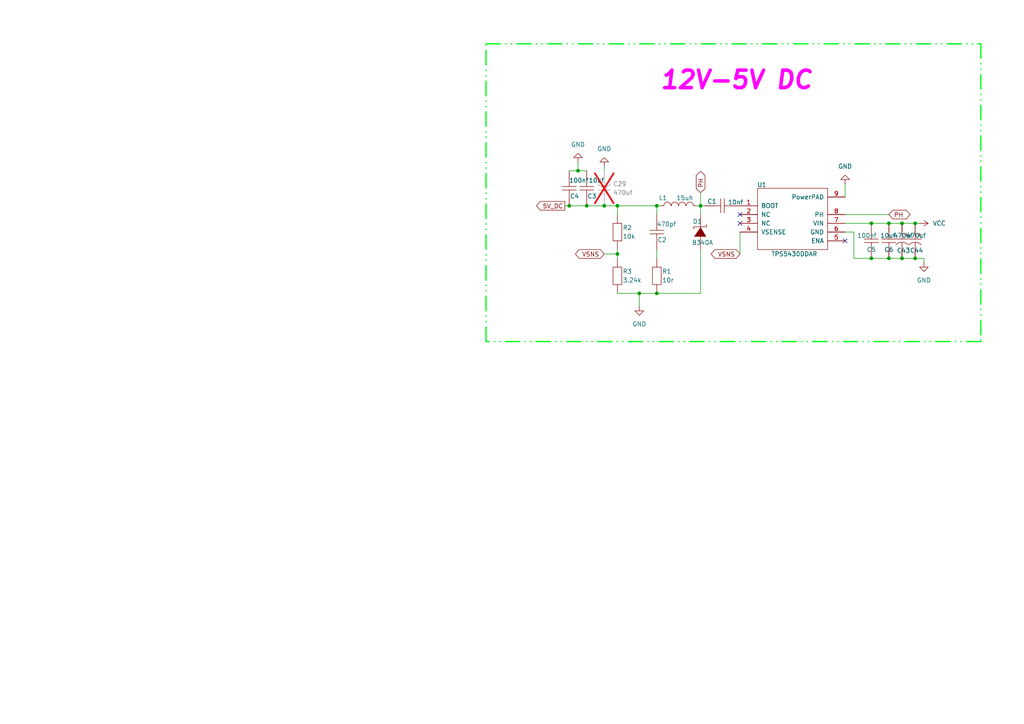
<source format=kicad_sch>
(kicad_sch (version 20250114) (generator "eeschema") (generator_version "9.0")
  (paper "A4")
  (title_block (title "12-5V") (date "2025-01-24") (rev "Dennis_Re_Yoonjiho"))
  (lib_symbols
    (symbol "Cap_Electrolytic_1" (pin_numbers (hide yes)) (pin_names (offset 1.016) (hide yes))
      (property "Reference" "C" (at -4.318 2.286 0))
      (property "Value" "Cap_Electrolytic" (at 4.826 3.048 0))
      (symbol "Cap_Electrolytic_1_1_1"
        (polyline (pts (xy -2.54 0) (xy -0.508 0)) (stroke (width 0.1524)))
        (polyline (pts (xy -2.286 1.27) (xy -1.27 1.27)) (stroke (width 0.1524)))
        (polyline (pts (xy -1.778 1.778) (xy -1.778 0.762)) (stroke (width 0.1524)))
        (polyline (pts (xy -0.508 1.778) (xy -0.508 -1.778)) (stroke (width 0.1524)))
        (polyline (pts (xy 0.508 0) (xy 2.54 0)) (stroke (width 0.1524)))
        (arc (start 1.1176 -1.778) (mid 0.4139 0.0051) (end 1.143 1.778) (stroke (width 0.1524)))
        (pin input line (at -5.08 0 0) (length 2.54) (name "1") (number "1"))
        (pin input line (at 5.08 0 180) (length 2.54) (name "2") (number "2"))
      )
    )
    (symbol "Ts_Foc_Vo符号库:B340A" (pin_numbers (hide yes)) (pin_names (offset 1.016) (hide yes))
      (property "Reference" "D" (at -3.81 1.016 0))
      (property "Value" "B340A" (at 1.778 2.794 0))
      (symbol "B340A_1_1"
        (polyline (pts (xy -2.032 1.524) (xy -2.032 1.778) (xy -1.524 1.778) (xy -1.524 -2.032) (xy -1.016 -2.032) (xy -1.016 -1.778)) (stroke (width 0.1524)))
        (polyline (pts (xy 1.27 1.524) (xy -1.27 0) (xy 1.27 -1.778) (xy 1.27 1.524)) (stroke (width 0.1524)) (fill (type outline)))
        (pin input line (at -5.08 0 0) (length 3.81) (name "K") (number "1"))
        (pin input line (at 5.08 0 180) (length 3.81) (name "A") (number "2"))
      )
    )
    (symbol "Ts_Foc_Vo符号库:CAP" (pin_numbers (hide yes)) (pin_names (offset 1.016) (hide yes))
      (property "Reference" "C" (at -2.286 1.524 0))
      (property "Value" "Value" (at 3.81 1.524 0))
      (symbol "CAP_1_1"
        (polyline (pts (xy -0.508 0) (xy -2.54 0)) (stroke (width 0.1524)))
        (polyline (pts (xy -0.508 -2.032) (xy -0.508 2.032)) (stroke (width 0.1524)))
        (polyline (pts (xy 0.508 2.032) (xy 0.508 -2.032)) (stroke (width 0.1524)))
        (polyline (pts (xy 2.54 0) (xy 0.508 0)) (stroke (width 0.1524)))
        (pin input line (at -5.08 0 0) (length 2.54) (name "1") (number "1"))
        (pin input line (at 5.08 0 180) (length 2.54) (name "2") (number "2"))
      )
    )
    (symbol "Ts_Foc_Vo符号库:Cap_Electrolytic" (pin_numbers (hide yes)) (pin_names (offset 1.016) (hide yes))
      (property "Reference" "C" (at -4.318 2.286 0))
      (property "Value" "Cap_Electrolytic" (at 4.826 3.048 0))
      (symbol "Cap_Electrolytic_1_1"
        (polyline (pts (xy -2.54 0) (xy -0.508 0)) (stroke (width 0.1524)))
        (polyline (pts (xy -2.286 1.27) (xy -1.27 1.27)) (stroke (width 0.1524)))
        (polyline (pts (xy -1.778 1.778) (xy -1.778 0.762)) (stroke (width 0.1524)))
        (polyline (pts (xy -0.508 1.778) (xy -0.508 -1.778)) (stroke (width 0.1524)))
        (polyline (pts (xy 0.508 0) (xy 2.54 0)) (stroke (width 0.1524)))
        (arc (start 1.1176 -1.778) (mid 0.4139 0.0051) (end 1.143 1.778) (stroke (width 0.1524)))
        (pin input line (at -5.08 0 0) (length 2.54) (name "1") (number "1"))
        (pin input line (at 5.08 0 180) (length 2.54) (name "2") (number "2"))
      )
    )
    (symbol "Ts_Foc_Vo符号库:IND" (pin_numbers (hide yes)) (pin_names (offset 1.016) (hide yes))
      (property "Reference" "L" (at -5.08 2.032 0))
      (property "Value" "IND" (at 2.286 2.54 0))
      (symbol "IND_1_1"
        (polyline (pts (xy -4.2926 0) (xy -4.2926 0.2032) (xy -4.2672 0.381) (xy -4.191 0.5588) (xy -4.064 0.7366) (xy -3.937 0.8636) (xy -3.7592 0.9652) (xy -3.5814 1.0414) (xy -3.3782 1.0922) (xy -3.175 1.0922) (xy -2.9972 1.0414) (xy -2.794 0.9652) (xy -2.6416 0.8636) (xy -2.4892 0.7112) (xy -2.3876 0.5588) (xy -2.3114 0.381) (xy -2.286 0.1778) (xy -2.286 0)) (stroke (width 0.1524)))
        (polyline (pts (xy -2.1336 0) (xy -2.1336 0.2032) (xy -2.1082 0.381) (xy -2.032 0.5588) (xy -1.905 0.7366) (xy -1.778 0.8636) (xy -1.6002 0.9652) (xy -1.4224 1.0414) (xy -1.2192 1.0922) (xy -1.0414 1.0922) (xy -0.8382 1.0414) (xy -0.6604 0.9652) (xy -0.4826 0.8636) (xy -0.3556 0.7112) (xy -0.2286 0.5588) (xy -0.1524 0.381) (xy -0.127 0.1778) (xy -0.127 0)) (stroke (width 0.1524)))
        (polyline (pts (xy 0 0) (xy 0 0.2032) (xy 0.0508 0.381) (xy 0.127 0.5588) (xy 0.2286 0.7366) (xy 0.381 0.8636) (xy 0.5334 0.9652) (xy 0.7366 1.0414) (xy 0.9144 1.0922) (xy 1.1176 1.0922) (xy 1.3208 1.0414) (xy 1.4986 0.9652) (xy 1.6764 0.8636) (xy 1.8034 0.7112) (xy 1.905 0.5588) (xy 1.9812 0.381) (xy 2.032 0.1778) (xy 2.032 0)) (stroke (width 0.1524)))
        (polyline (pts (xy 2.1844 0) (xy 2.2098 0.2032) (xy 2.2352 0.381) (xy 2.3114 0.5588) (xy 2.4384 0.7366) (xy 2.5654 0.8636) (xy 2.7432 0.9652) (xy 2.921 1.0414) (xy 3.1242 1.0922) (xy 3.302 1.0922) (xy 3.5052 1.0414) (xy 3.683 0.9652) (xy 3.8608 0.8636) (xy 3.9878 0.7112) (xy 4.1148 0.5588) (xy 4.191 0.381) (xy 4.2164 0.1778) (xy 4.2164 0)) (stroke (width 0.1524)))
        (pin input line (at -5.08 0 0) (length 0.762) (name "1") (number "1"))
        (pin input line (at 5.08 0 180) (length 0.762) (name "2") (number "2"))
      )
    )
    (symbol "Ts_Foc_Vo符号库:RES" (pin_numbers (hide yes)) (pin_names (offset 1.016) (hide yes))
      (property "Reference" "R" (at -2.286 2.032 0))
      (property "Value" "Value" (at 2.286 2.032 0))
      (symbol "RES_1_1"
        (rectangle (start -2.54 1.27) (end 2.54 -1.27) (stroke (width 0.1524)))
        (pin input line (at -5.08 0 0) (length 2.54) (name "1") (number "1"))
        (pin input line (at 5.08 0 180) (length 2.54) (name "2") (number "2"))
      )
    )
    (symbol "Ts_Foc_Vo符号库:TPS5430DDAR" (pin_names (offset 1.016))
      (property "Reference" "U" (at -9.398 10.16 0))
      (property "Value" "TPS5430DDAR" (at 0.508 -10.414 0))
      (symbol "TPS5430DDAR_1_1"
        (rectangle (start -10.16 8.89) (end 10.16 -8.89) (stroke (width 0.1524)))
        (pin input line (at -15.24 3.81 0) (length 5.08) (name "BOOT") (number "1"))
        (pin input line (at -15.24 1.27 0) (length 5.08) (name "NC") (number "2"))
        (pin input line (at -15.24 -1.27 0) (length 5.08) (name "NC") (number "3"))
        (pin input line (at -15.24 -3.81 0) (length 5.08) (name "VSENSE") (number "4"))
        (pin input line (at 15.24 6.35 180) (length 5.08) (name "PowerPAD") (number "9"))
        (pin input line (at 15.24 1.27 180) (length 5.08) (name "PH") (number "8"))
        (pin input line (at 15.24 -1.27 180) (length 5.08) (name "VIN") (number "7"))
        (pin input line (at 15.24 -3.81 180) (length 5.08) (name "GND") (number "6"))
        (pin input line (at 15.24 -6.35 180) (length 5.08) (name "ENA") (number "5"))
      )
    )
    (symbol "power:GND" (power) (pin_numbers (hide yes)) (pin_names (offset 0) (hide yes))
      (property "Value" "GND" (at 0 -3.81 0))
      (symbol "GND_0_1"
        (polyline (pts (xy 0 0) (xy 0 -1.27) (xy 1.27 -1.27) (xy 0 -2.54) (xy -1.27 -1.27) (xy 0 -1.27)))
      )
      (symbol "GND_1_1"
        (pin power_in line (at 0 0 270) (length 0) (name "~") (number "1"))
      )
    )
    (symbol "power:VCC" (power) (pin_numbers (hide yes)) (pin_names (offset 0) (hide yes))
      (property "Value" "VCC" (at 0 3.556 0))
      (symbol "VCC_0_1"
        (polyline (pts (xy -0.762 1.27) (xy 0 2.54)))
        (polyline (pts (xy 0 2.54) (xy 0.762 1.27)))
        (polyline (pts (xy 0 0) (xy 0 2.54)))
      )
      (symbol "VCC_1_1"
        (pin power_in line (at 0 0 90) (length 0) (name "~") (number "1"))
      )
    )
  )
  (text "12V-5V DC\n" (exclude_from_sim yes) (at 213.614 23.368 0) (effects (font (size 5.08 5.08) (thickness 1.016) (bold yes) (italic yes))))
  (junction (at 170.18 59.69))
  (junction (at 190.5 59.69))
  (junction (at 252.73 64.77))
  (junction (at 165.1 59.69))
  (junction (at 185.42 85.09))
  (junction (at 261.62 74.93))
  (junction (at 252.73 74.93))
  (junction (at 265.43 64.77))
  (junction (at 257.81 64.77))
  (junction (at 265.43 74.93))
  (junction (at 167.64 49.53))
  (junction (at 179.07 73.66))
  (junction (at 179.07 59.69))
  (junction (at 257.81 74.93))
  (junction (at 175.26 59.69))
  (junction (at 203.2 59.69))
  (junction (at 190.5 85.09))
  (junction (at 261.62 64.77))
  (no_connect (at 214.63 64.77))
  (no_connect (at 214.63 62.23))
  (no_connect (at 245.11 69.85))
  (wire (pts (xy 214.63 67.31) (xy 214.63 73.66)))
  (wire (pts (xy 265.43 74.93) (xy 261.62 74.93)))
  (wire (pts (xy 267.97 74.93) (xy 265.43 74.93)))
  (wire (pts (xy 247.65 67.31) (xy 247.65 74.93)))
  (wire (pts (xy 261.62 64.77) (xy 265.43 64.77)))
  (wire (pts (xy 190.5 62.23) (xy 190.5 59.69)))
  (wire (pts (xy 179.07 59.69) (xy 190.5 59.69)))
  (wire (pts (xy 165.1 49.53) (xy 167.64 49.53)))
  (wire (pts (xy 185.42 88.9) (xy 185.42 85.09)))
  (wire (pts (xy 175.26 48.26) (xy 175.26 49.53)))
  (wire (pts (xy 190.5 74.93) (xy 190.5 72.39)))
  (wire (pts (xy 179.07 73.66) (xy 179.07 72.39)))
  (bus (pts (xy 140.97 12.7) (xy 284.48 12.7)) (stroke (width 0.381) (type dash_dot_dot) (color 0 255 30 1)))
  (bus (pts (xy 284.48 99.06) (xy 140.97 99.06)) (stroke (width 0.381) (type dash_dot_dot) (color 0 255 30 1)))
  (wire (pts (xy 203.2 62.23) (xy 203.2 59.69)))
  (wire (pts (xy 261.62 74.93) (xy 257.81 74.93)))
  (wire (pts (xy 245.11 62.23) (xy 257.81 62.23)))
  (wire (pts (xy 247.65 74.93) (xy 252.73 74.93)))
  (wire (pts (xy 201.93 59.69) (xy 203.2 59.69)))
  (wire (pts (xy 252.73 74.93) (xy 257.81 74.93)))
  (wire (pts (xy 203.2 85.09) (xy 190.5 85.09)))
  (wire (pts (xy 267.97 76.2) (xy 267.97 74.93)))
  (wire (pts (xy 245.11 64.77) (xy 252.73 64.77)))
  (wire (pts (xy 203.2 59.69) (xy 204.47 59.69)))
  (wire (pts (xy 257.81 64.77) (xy 261.62 64.77)))
  (wire (pts (xy 190.5 59.69) (xy 191.77 59.69)))
  (wire (pts (xy 179.07 85.09) (xy 185.42 85.09)))
  (wire (pts (xy 165.1 59.69) (xy 170.18 59.69)))
  (wire (pts (xy 245.11 53.34) (xy 245.11 57.15)))
  (wire (pts (xy 185.42 85.09) (xy 190.5 85.09)))
  (wire (pts (xy 252.73 64.77) (xy 257.81 64.77)))
  (wire (pts (xy 167.64 46.99) (xy 167.64 49.53)))
  (bus (pts (xy 284.48 12.7) (xy 284.48 99.06)) (stroke (width 0.381) (type dash_dot_dot) (color 0 255 30 1)))
  (wire (pts (xy 175.26 59.69) (xy 179.07 59.69)))
  (wire (pts (xy 179.07 74.93) (xy 179.07 73.66)))
  (wire (pts (xy 203.2 72.39) (xy 203.2 85.09)))
  (wire (pts (xy 203.2 55.88) (xy 203.2 59.69)))
  (wire (pts (xy 167.64 49.53) (xy 170.18 49.53)))
  (wire (pts (xy 245.11 67.31) (xy 247.65 67.31)))
  (wire (pts (xy 179.07 62.23) (xy 179.07 59.69)))
  (wire (pts (xy 163.83 59.69) (xy 165.1 59.69)))
  (wire (pts (xy 175.26 73.66) (xy 179.07 73.66)))
  (wire (pts (xy 170.18 59.69) (xy 175.26 59.69)))
  (bus (pts (xy 140.97 99.06) (xy 140.97 12.7)) (stroke (width 0.381) (type dash_dot_dot) (color 0 255 30 1)))
  (wire (pts (xy 265.43 64.77) (xy 266.7 64.77)))
  (global_label "PH" (shape bidirectional) (at 203.2 55.88 90) (property "Intersheetrefs" "${INTERSHEET_REFS}" (effects (hide yes))))
  (global_label "VSNS" (shape bidirectional) (at 175.26 73.66 180) (property "Intersheetrefs" "${INTERSHEET_REFS}" (effects (hide yes))))
  (global_label "PH" (shape bidirectional) (at 257.81 62.23 0) (property "Intersheetrefs" "${INTERSHEET_REFS}" (effects (hide yes))))
  (global_label "5V_DC" (shape output) (at 163.83 59.69 180) (property "Intersheetrefs" "${INTERSHEET_REFS}" (effects (hide yes))))
  (global_label "VSNS" (shape bidirectional) (at 214.63 73.66 180) (property "Intersheetrefs" "${INTERSHEET_REFS}" (effects (hide yes))))
  (symbol (lib_id "Ts_Foc_Vo符号库:RES") (at 179.07 67.31 90) (unit 1)
    (property "Reference" "R2" (at 180.594 66.04 90) (effects (justify right)))
    (property "Value" "10k" (at 180.594 68.58 90) (effects (justify right)))
    (property "Footprint" "Ts_Foc_Vo封装库:Res_0402" (effects (hide yes)))
    (property "SuppliersPartNumber" "C5200633" (effects (hide yes)))
    (property "uuid" "std:0c78b8f437b74d4badbc2695159e48f2" (effects (hide yes)))
  )
  (symbol (lib_id "power:VCC") (at 266.7 64.77 270) (unit 1)
    (property "Reference" "#PWR02" (effects (hide yes)))
    (property "Value" "VCC" (at 270.51 64.7699 90) (effects (justify left)))
    (property "Description" "Power symbol creates a global label with name \"VCC\"" (effects (hide yes)))
  )
  (symbol (lib_id "power:GND") (at 167.64 46.99 180) (unit 1)
    (property "Reference" "#PWR05" (effects (hide yes)))
    (property "Value" "GND" (at 167.64 41.91 0))
    (property "Description" "Power symbol creates a global label with name \"GND\" , ground" (effects (hide yes)))
  )
  (symbol (lib_id "Ts_Foc_Vo符号库:CAP") (at 257.81 69.85 90) (unit 1)
    (property "Reference" "C6" (at 257.81 72.39 90))
    (property "Value" "10uf" (at 257.556 68.326 90))
    (property "Footprint" "Ts_Foc_Vo封装库:CAP_0402" (effects (hide yes)))
    (property "Datasheet" "http://www.szlcsc.com/product/details_602003.html" (effects (hide yes)))
    (property "SuppliersPartNumber" "C575438" (effects (hide yes)))
    (property "uuid" "std:0b682b3549a44c2f91624e74dc370f45" (effects (hide yes)))
  )
  (symbol (lib_id "Ts_Foc_Vo符号库:Cap_Electrolytic") (at 175.26 54.61 90) (unit 1) (exclude_from_sim yes) (in_bom no) (on_board no) (dnp yes)
    (property "Reference" "C29" (at 177.8 53.3399 90) (effects (justify right)))
    (property "Value" "470uf" (at 177.8 55.8799 90) (effects (justify right)))
    (property "Footprint" "Ts_Foc_Vo封装库:Cap_Electrolytic" (effects (hide yes)))
    (property "SuppliersPartNumber" "C2960233" (effects (hide yes)))
    (property "uuid" "std:f2c4c4acb06341a6b501ff67d9191846" (effects (hide yes)))
  )
  (symbol (lib_name "Cap_Electrolytic_1") (lib_id "Ts_Foc_Vo符号库:Cap_Electrolytic") (at 261.62 69.85 270) (unit 1) (exclude_from_sim yes) (in_bom no) (on_board no)
    (property "Reference" "C43" (at 260.096 72.644 90) (effects (justify left)))
    (property "Value" "470uf" (at 259.08 68.326 90) (effects (justify left)))
    (property "Footprint" "Ts_Foc_Vo封装库:Cap_Electrolytic" (effects (hide yes)))
    (property "SuppliersPartNumber" "C2960233" (effects (hide yes)))
    (property "uuid" "std:f2c4c4acb06341a6b501ff67d9191846" (effects (hide yes)))
  )
  (symbol (lib_id "power:GND") (at 267.97 76.2 0) (unit 1)
    (property "Reference" "#PWR03" (effects (hide yes)))
    (property "Value" "GND" (at 267.97 81.28 0))
    (property "Description" "Power symbol creates a global label with name \"GND\" , ground" (effects (hide yes)))
  )
  (symbol (lib_id "Ts_Foc_Vo符号库:IND") (at 196.85 59.69 0) (unit 1)
    (property "Reference" "L1" (at 192.278 57.404 0))
    (property "Value" "15uh" (at 198.628 57.404 0))
    (property "Footprint" "Ts_Foc_Vo封装库:IND-SMD" (effects (hide yes)))
    (property "Datasheet" "http://www.szlcsc.com/product/details_188635.html" (effects (hide yes)))
    (property "SuppliersPartNumber" "C177243" (effects (hide yes)))
    (property "uuid" "std:8060a19c00054c83b6ca7c54964c3539" (effects (hide yes)))
  )
  (symbol (lib_id "Ts_Foc_Vo符号库:CAP") (at 190.5 67.31 90) (unit 1)
    (property "Reference" "C2" (at 192.024 69.596 90))
    (property "Value" "470pf" (at 193.294 65.024 90))
    (property "Footprint" "Ts_Foc_Vo封装库:CAP_0402" (effects (hide yes)))
    (property "Datasheet" "http://www.szlcsc.com/product/details_602003.html" (effects (hide yes)))
    (property "SuppliersPartNumber" "C575438" (effects (hide yes)))
    (property "uuid" "std:0b682b3549a44c2f91624e74dc370f45" (effects (hide yes)))
  )
  (symbol (lib_id "power:GND") (at 185.42 88.9 0) (unit 1)
    (property "Reference" "#PWR04" (effects (hide yes)))
    (property "Value" "GND" (at 185.42 93.98 0))
    (property "Description" "Power symbol creates a global label with name \"GND\" , ground" (effects (hide yes)))
  )
  (symbol (lib_id "Ts_Foc_Vo符号库:CAP") (at 209.55 59.69 0) (unit 1)
    (property "Reference" "C1" (at 206.502 58.42 0))
    (property "Value" "10nf" (at 213.36 58.674 0))
    (property "Footprint" "Ts_Foc_Vo封装库:CAP_0402" (effects (hide yes)))
    (property "Datasheet" "http://www.szlcsc.com/product/details_602003.html" (effects (hide yes)))
    (property "SuppliersPartNumber" "C575438" (effects (hide yes)))
    (property "uuid" "std:0b682b3549a44c2f91624e74dc370f45" (effects (hide yes)))
  )
  (symbol (lib_id "Ts_Foc_Vo符号库:CAP") (at 252.73 69.85 90) (unit 1)
    (property "Reference" "C5" (at 252.73 72.39 90))
    (property "Value" "100nf" (at 251.46 68.326 90))
    (property "Footprint" "Ts_Foc_Vo封装库:CAP_0402" (effects (hide yes)))
    (property "Datasheet" "http://www.szlcsc.com/product/details_602003.html" (effects (hide yes)))
    (property "SuppliersPartNumber" "C575438" (effects (hide yes)))
    (property "uuid" "std:0b682b3549a44c2f91624e74dc370f45" (effects (hide yes)))
  )
  (symbol (lib_name "Cap_Electrolytic_1") (lib_id "Ts_Foc_Vo符号库:Cap_Electrolytic") (at 265.43 69.85 270) (unit 1) (exclude_from_sim yes) (in_bom no) (on_board no)
    (property "Reference" "C44" (at 263.906 72.644 90) (effects (justify left)))
    (property "Value" "470uf" (at 262.89 68.326 90) (effects (justify left)))
    (property "Footprint" "Ts_Foc_Vo封装库:Cap_Electrolytic" (effects (hide yes)))
    (property "SuppliersPartNumber" "C2960233" (effects (hide yes)))
    (property "uuid" "std:f2c4c4acb06341a6b501ff67d9191846" (effects (hide yes)))
  )
  (symbol (lib_id "Ts_Foc_Vo符号库:CAP") (at 170.18 54.61 90) (unit 1)
    (property "Reference" "C3" (at 171.704 56.896 90))
    (property "Value" "10uf" (at 172.974 52.324 90))
    (property "Footprint" "Ts_Foc_Vo封装库:CAP_0402" (effects (hide yes)))
    (property "Datasheet" "http://www.szlcsc.com/product/details_602003.html" (effects (hide yes)))
    (property "SuppliersPartNumber" "C575438" (effects (hide yes)))
    (property "uuid" "std:0b682b3549a44c2f91624e74dc370f45" (effects (hide yes)))
  )
  (symbol (lib_id "Ts_Foc_Vo符号库:RES") (at 179.07 80.01 90) (unit 1)
    (property "Reference" "R3" (at 180.594 78.74 90) (effects (justify right)))
    (property "Value" "3.24k" (at 180.594 81.28 90) (effects (justify right)))
    (property "Footprint" "Ts_Foc_Vo封装库:Res_0402" (effects (hide yes)))
    (property "SuppliersPartNumber" "C5200633" (effects (hide yes)))
    (property "uuid" "std:0c78b8f437b74d4badbc2695159e48f2" (effects (hide yes)))
  )
  (symbol (lib_id "power:GND") (at 245.11 53.34 180) (unit 1)
    (property "Reference" "#PWR01" (effects (hide yes)))
    (property "Value" "GND" (at 245.11 48.26 0))
    (property "Description" "Power symbol creates a global label with name \"GND\" , ground" (effects (hide yes)))
  )
  (symbol (lib_id "power:GND") (at 175.26 48.26 180) (unit 1)
    (property "Reference" "#PWR084" (effects (hide yes)))
    (property "Value" "GND" (at 175.26 43.18 0))
    (property "Description" "Power symbol creates a global label with name \"GND\" , ground" (effects (hide yes)))
  )
  (symbol (lib_id "Ts_Foc_Vo符号库:CAP") (at 165.1 54.61 90) (unit 1)
    (property "Reference" "C4" (at 166.624 56.896 90))
    (property "Value" "100nf" (at 167.894 52.324 90))
    (property "Footprint" "Ts_Foc_Vo封装库:CAP_0402" (effects (hide yes)))
    (property "Datasheet" "http://www.szlcsc.com/product/details_602003.html" (effects (hide yes)))
    (property "SuppliersPartNumber" "C575438" (effects (hide yes)))
    (property "uuid" "std:0b682b3549a44c2f91624e74dc370f45" (effects (hide yes)))
  )
  (symbol (lib_id "Ts_Foc_Vo符号库:TPS5430DDAR") (at 229.87 63.5 0) (unit 1)
    (property "Reference" "U1" (at 220.98 53.594 0))
    (property "Value" "TPS5430DDAR" (at 230.378 73.66 0))
    (property "Footprint" "Ts_Foc_Vo封装库:TPS5430DDAR_ESOP-8" (effects (hide yes)))
    (property "Datasheet" "http://www.szlcsc.com/product/details_10396.html" (effects (hide yes)))
    (property "SuppliersPartNumber" "C9864" (effects (hide yes)))
    (property "uuid" "std:4d7e2d88149a44739d5fcfa6b3cef78e" (effects (hide yes)))
  )
  (symbol (lib_id "Ts_Foc_Vo符号库:RES") (at 190.5 80.01 90) (unit 1)
    (property "Reference" "R1" (at 192.024 78.74 90) (effects (justify right)))
    (property "Value" "10r" (at 192.024 81.28 90) (effects (justify right)))
    (property "Footprint" "Ts_Foc_Vo封装库:Res_0402" (effects (hide yes)))
    (property "SuppliersPartNumber" "C5200633" (effects (hide yes)))
    (property "uuid" "std:0c78b8f437b74d4badbc2695159e48f2" (effects (hide yes)))
  )
  (symbol (lib_id "Ts_Foc_Vo符号库:B340A") (at 203.2 67.31 270) (unit 1)
    (property "Reference" "D1" (at 200.914 64.262 90) (effects (justify left)))
    (property "Value" "B340A" (at 200.66 70.358 90) (effects (justify left)))
    (property "Footprint" "Ts_Foc_Vo封装库:B340A_SMA" (effects (hide yes)))
    (property "Datasheet" "http://www.szlcsc.com/product/details_66052.html" (effects (hide yes)))
    (property "SuppliersPartNumber" "C64982" (effects (hide yes)))
    (property "uuid" "std:6b1fc1f1f28367f75c2b62d76f3fa5b8" (effects (hide yes)))
  )
)
</source>
